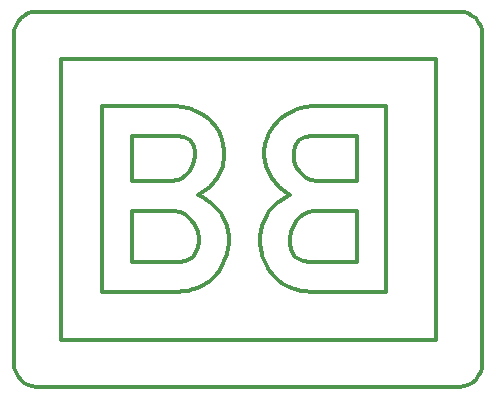
<source format=gbr>
%TF.GenerationSoftware,KiCad,Pcbnew,(5.1.10)-1*%
%TF.CreationDate,2021-09-18T02:49:05-07:00*%
%TF.ProjectId,barobord-switchplate-outside-pcb,6261726f-626f-4726-942d-737769746368,rev?*%
%TF.SameCoordinates,Original*%
%TF.FileFunction,Legend,Top*%
%TF.FilePolarity,Positive*%
%FSLAX46Y46*%
G04 Gerber Fmt 4.6, Leading zero omitted, Abs format (unit mm)*
G04 Created by KiCad (PCBNEW (5.1.10)-1) date 2021-09-18 02:49:05*
%MOMM*%
%LPD*%
G01*
G04 APERTURE LIST*
%ADD10C,0.320000*%
%ADD11C,0.150000*%
G04 APERTURE END LIST*
D10*
X126532593Y-105228404D02*
X126417193Y-105601404D01*
X140895793Y-127668444D02*
X140997393Y-127652984D01*
X142966793Y-113188004D02*
X142869193Y-113098204D01*
X139848593Y-127746684D02*
X140135793Y-127746684D01*
X144584393Y-123629124D02*
X144584393Y-123339224D01*
X143826393Y-114309204D02*
X143488593Y-113756204D01*
X127960593Y-104058004D02*
X127587593Y-104173404D01*
X144428393Y-124499784D02*
X144584393Y-123629124D01*
X164080017Y-104018004D02*
X128361193Y-104018004D01*
X140751193Y-112115404D02*
X140074394Y-112039204D01*
X142327993Y-112707404D02*
X141716393Y-112394804D01*
X141716393Y-112394804D02*
X141583593Y-112344204D01*
X140074394Y-112039204D02*
X139848593Y-112039204D01*
X133893793Y-127746684D02*
X139848593Y-127746684D01*
X141583593Y-112344204D02*
X141450793Y-112293204D01*
X143857593Y-125777484D02*
X143916393Y-125687384D01*
X141102993Y-127633444D02*
X141577793Y-127523724D01*
X144396993Y-124605344D02*
X144428393Y-124499784D01*
X142585993Y-127096024D02*
X142986393Y-126804984D01*
X144209193Y-115797464D02*
X144127393Y-115186404D01*
X127250393Y-104355804D02*
X126956993Y-104597804D01*
X143138793Y-126668244D02*
X143494393Y-126287384D01*
X142969793Y-118845104D02*
X143658593Y-118023284D01*
X143935793Y-114551404D02*
X143880993Y-114430404D01*
X143658593Y-118023284D02*
X144071793Y-117075164D01*
X144365793Y-124710604D02*
X144396993Y-124605344D01*
X144209193Y-116269844D02*
X144209193Y-116001444D01*
X126956993Y-104597804D02*
X126714993Y-104891205D01*
X126714993Y-104891205D02*
X126532593Y-105228404D01*
X128261193Y-104018004D02*
X127960593Y-104058004D01*
X139848593Y-112039204D02*
X133893793Y-112039204D01*
X143904393Y-121088564D02*
X143794993Y-120928204D01*
X143101593Y-120220945D02*
X142212793Y-119638864D01*
X143488593Y-113756204D02*
X143064593Y-113273804D01*
X143916393Y-125687384D02*
X144365793Y-124710604D01*
X143064593Y-113273804D02*
X142966793Y-113188004D01*
X144127393Y-115186404D02*
X143935793Y-114551404D01*
X143880993Y-114430404D02*
X143826393Y-114309204D01*
X142869193Y-113098204D02*
X142327993Y-112707404D01*
X143794993Y-120928204D02*
X143101593Y-120220945D01*
X141450793Y-112293204D02*
X140751193Y-112115404D01*
X143802993Y-125867364D02*
X143857593Y-125777484D01*
X144209193Y-116001444D02*
X144209193Y-115797464D01*
X140997393Y-127652984D02*
X141102993Y-127633444D01*
X141577793Y-127523724D02*
X141981993Y-127398924D01*
X142146393Y-127332444D02*
X142585993Y-127096024D01*
X128361193Y-104018004D02*
X128261193Y-104018004D01*
X143060593Y-126738524D02*
X143138793Y-126668244D01*
X127587593Y-104173404D02*
X127250393Y-104355804D01*
X142052393Y-127371604D02*
X142146393Y-127332444D01*
X140135793Y-127746684D02*
X140895793Y-127668444D01*
X133893793Y-112039204D02*
X133893793Y-127746684D01*
X143494393Y-126287384D02*
X143802993Y-125867364D01*
X142986393Y-126804984D02*
X143060593Y-126738524D01*
X142005593Y-119541364D02*
X142262193Y-119393884D01*
X142212793Y-119638864D02*
X142005593Y-119541364D01*
X141981993Y-127398924D02*
X142052393Y-127371604D01*
X142262193Y-119393884D02*
X142969793Y-118845104D01*
X144071793Y-117075164D02*
X144209193Y-116269844D01*
X149750613Y-123585884D02*
X149750613Y-123386064D01*
X152282353Y-120901164D02*
X155423973Y-120901164D01*
X139606993Y-120901164D02*
X139866193Y-120906964D01*
X141582393Y-121873784D02*
X141630393Y-121955904D01*
X142052393Y-123585884D02*
X141932393Y-124186164D01*
X150832093Y-125100364D02*
X150231294Y-124757464D01*
X136378993Y-120901164D02*
X139520393Y-120901164D01*
X141932393Y-124186164D02*
X141571993Y-124757464D01*
X139866193Y-120906964D02*
X140075393Y-120920424D01*
X140551993Y-121018304D02*
X140635393Y-121049764D01*
X140874393Y-121173444D02*
X141161593Y-121381584D01*
X140075393Y-120920424D02*
X140106594Y-120924604D01*
X141668593Y-116654644D02*
X141501593Y-117138304D01*
X155423973Y-125214724D02*
X151672973Y-125214724D01*
X140311593Y-120947745D02*
X140508993Y-121002625D01*
X140200193Y-118298864D02*
X140149593Y-118310444D01*
X141946993Y-122641644D02*
X142052393Y-123199724D01*
X149870773Y-124186164D02*
X149750613Y-123585884D01*
X140939393Y-117863404D02*
X140833393Y-117947224D01*
X140129993Y-125214724D02*
X136378993Y-125214724D01*
X144584393Y-123037104D02*
X144414593Y-122131724D01*
X136378993Y-125214724D02*
X136378993Y-120901164D01*
X141617193Y-115421004D02*
X141724193Y-115944084D01*
X139356393Y-118369144D02*
X136378993Y-118369144D01*
X140157794Y-120924604D02*
X140311593Y-120947745D01*
X142052393Y-123199724D02*
X142052393Y-123386064D01*
X141630393Y-121955904D02*
X141700993Y-122065344D01*
X140761593Y-114623604D02*
X141296393Y-114922804D01*
X144414593Y-122131724D02*
X144017993Y-121248724D01*
X150231294Y-124757464D02*
X149870773Y-124186164D01*
X140251193Y-118283204D02*
X140200193Y-118298864D01*
X140012793Y-114524204D02*
X140200193Y-114524204D01*
X141161593Y-121381584D02*
X141413793Y-121642284D01*
X140200193Y-114524204D02*
X140761593Y-114623604D01*
X141724193Y-115944084D02*
X141724193Y-116118564D01*
X139476593Y-118369144D02*
X139356393Y-118369144D01*
X140778793Y-117990184D02*
X140511193Y-118163824D01*
X136378993Y-114524204D02*
X140012793Y-114524204D01*
X144584393Y-123339224D02*
X144584393Y-123037104D01*
X141501593Y-117138304D02*
X141223393Y-117569044D01*
X140833393Y-117947224D02*
X140778793Y-117990184D01*
X141223393Y-117569044D02*
X140939393Y-117863404D01*
X140635393Y-121049764D02*
X140874393Y-121173444D01*
X151672973Y-125214724D02*
X151462993Y-125214724D01*
X141296393Y-114922804D02*
X141617193Y-115421004D01*
X139520393Y-120901164D02*
X139606993Y-120901164D01*
X141413793Y-121642284D02*
X141582393Y-121873784D01*
X140340193Y-125214724D02*
X140129993Y-125214724D01*
X144017993Y-121248724D02*
X143904393Y-121088564D01*
X141700993Y-122065344D02*
X141946993Y-122641644D01*
X141724193Y-116118564D02*
X141724193Y-116252484D01*
X151462993Y-125214724D02*
X150832093Y-125100364D01*
X141571993Y-124757464D02*
X140971193Y-125100364D01*
X140511193Y-118163824D02*
X140251193Y-118283204D01*
X142052393Y-123386064D02*
X142052393Y-123585884D01*
X140149593Y-118310444D02*
X139836993Y-118351504D01*
X141724193Y-116252484D02*
X141668593Y-116654644D01*
X155423973Y-120901164D02*
X155423973Y-125214724D01*
X140971193Y-125100364D02*
X140340193Y-125214724D01*
X139836993Y-118351504D02*
X139476593Y-118369144D01*
X140508993Y-121002625D02*
X140551993Y-121018304D01*
X136378993Y-118369144D02*
X136378993Y-114524204D01*
X140106594Y-120924604D02*
X140157794Y-120924604D01*
X152196073Y-120901164D02*
X152282353Y-120901164D01*
X150805333Y-127652984D02*
X150907093Y-127668444D01*
X164853921Y-135612286D02*
X165191267Y-135429834D01*
X166024430Y-105601404D02*
X165908950Y-105228404D01*
X149217353Y-127096024D02*
X149656913Y-127332444D01*
X149820873Y-127398924D02*
X150225233Y-127523724D01*
X151954133Y-127746684D02*
X157909153Y-127746684D01*
X147218653Y-123339224D02*
X147218653Y-123655584D01*
X126532593Y-134557256D02*
X126714993Y-134894604D01*
X127960593Y-135727766D02*
X128261193Y-135768004D01*
X147437453Y-124710604D02*
X147886953Y-125687664D01*
X166064393Y-106002404D02*
X166064393Y-105902004D01*
X150700073Y-127633444D02*
X150805333Y-127652984D01*
X126417193Y-134184364D02*
X126532593Y-134557256D01*
X148742433Y-126738524D02*
X148816873Y-126804984D01*
X126376793Y-105902004D02*
X126376793Y-106002404D01*
X164853921Y-104173404D02*
X164481027Y-104058004D01*
X162095633Y-107986804D02*
X130345593Y-107986804D01*
X162095633Y-131799244D02*
X162095633Y-107986804D01*
X147218653Y-123655584D02*
X147374853Y-124499784D01*
X166024430Y-134184364D02*
X166064393Y-133883676D01*
X126417193Y-105601404D02*
X126376793Y-105902004D01*
X165484515Y-104597804D02*
X165191267Y-104355804D01*
X150225233Y-127523724D02*
X150700073Y-127633444D01*
X165191267Y-135429834D02*
X165484515Y-135187850D01*
X126376793Y-106002404D02*
X126376793Y-133783628D01*
X165191267Y-104355804D02*
X164853921Y-104173404D01*
X165726499Y-104891205D02*
X165484515Y-104597804D01*
X165908950Y-105228404D02*
X165726499Y-104891205D01*
X126376793Y-133783628D02*
X126376793Y-133883676D01*
X149750613Y-127371604D02*
X149820873Y-127398924D01*
X147374853Y-124499784D02*
X147406053Y-124605344D01*
X166064393Y-133883676D02*
X166064393Y-133783628D01*
X157909153Y-112039204D02*
X151954133Y-112039204D01*
X128361193Y-135768004D02*
X164080017Y-135768004D01*
X164180341Y-104018004D02*
X164080017Y-104018004D01*
X151954133Y-112039204D02*
X151728633Y-112039204D01*
X126376793Y-133883676D02*
X126417193Y-134184364D01*
X130345593Y-107986804D02*
X130345593Y-131799244D01*
X164180341Y-135768004D02*
X164481027Y-135727766D01*
X148308953Y-126287384D02*
X148664473Y-126668244D01*
X147945373Y-125777484D02*
X148000273Y-125867364D01*
X147886953Y-125687664D02*
X147945373Y-125777484D01*
X164481027Y-104058004D02*
X164180341Y-104018004D01*
X127250393Y-135429834D02*
X127587593Y-135612286D01*
X164481027Y-135727766D02*
X164853921Y-135612286D01*
X166064393Y-133783628D02*
X166064393Y-106002404D01*
X126956993Y-135187850D02*
X127250393Y-135429834D01*
X165726499Y-134894604D02*
X165908950Y-134557256D01*
X130345593Y-131799244D02*
X162095633Y-131799244D01*
X165484515Y-135187850D02*
X165726499Y-134894604D01*
X164080017Y-135768004D02*
X164180341Y-135768004D01*
X148000273Y-125867364D02*
X148308953Y-126287384D01*
X127587593Y-135612286D02*
X127960593Y-135727766D01*
X148664473Y-126668244D02*
X148742433Y-126738524D01*
X165908950Y-134557256D02*
X166024430Y-134184364D01*
X147406053Y-124605344D02*
X147437453Y-124710604D01*
X126714993Y-134894604D02*
X126956993Y-135187850D01*
X151692573Y-127746684D02*
X151954133Y-127746684D01*
X150907093Y-127668444D02*
X151692573Y-127746684D01*
X148816873Y-126804984D02*
X149217353Y-127096024D01*
X157909153Y-127746684D02*
X157909153Y-112039204D01*
X149656913Y-127332444D02*
X149750613Y-127371604D01*
X166064393Y-105902004D02*
X166024430Y-105601404D01*
X128261193Y-135768004D02*
X128361193Y-135768004D01*
X151936774Y-120906964D02*
X152196073Y-120901164D01*
X151727853Y-120920424D02*
X151936774Y-120906964D01*
X151696393Y-120924604D02*
X151727853Y-120920424D01*
X151491353Y-120947745D02*
X151645173Y-120924604D01*
X151645173Y-120924604D02*
X151696393Y-120924604D01*
X151728633Y-112039204D02*
X151051793Y-112115404D01*
X150134573Y-116654644D02*
X150078613Y-116252484D01*
X150352313Y-112293204D02*
X150219453Y-112344204D01*
X151051793Y-112115404D02*
X150352313Y-112293204D01*
X150579913Y-117569044D02*
X150301573Y-117138304D01*
X147921953Y-114430404D02*
X147867413Y-114551404D01*
X150220793Y-121874064D02*
X150389493Y-121642564D01*
X148701373Y-120220945D02*
X148007953Y-120928204D01*
X150172593Y-121956184D02*
X150220793Y-121874064D01*
X147593733Y-116269624D02*
X147731513Y-117075164D01*
X147785273Y-121248724D02*
X147388693Y-122131724D01*
X148933993Y-113098204D02*
X148836133Y-113188004D01*
X150078613Y-116118564D02*
X150078613Y-115944084D01*
X149750613Y-123386064D02*
X149750613Y-123199724D01*
X151292113Y-118163824D02*
X151024493Y-117990184D01*
X150641654Y-121381584D02*
X150928814Y-121173444D01*
X151966273Y-118351504D02*
X151653693Y-118310444D01*
X152446614Y-118369144D02*
X152326733Y-118369144D01*
X149750613Y-123199724D02*
X149856153Y-122641644D01*
X147218653Y-123037104D02*
X147218653Y-123339224D01*
X149590513Y-119638864D02*
X148701373Y-120220945D01*
X150969673Y-117947224D02*
X150863834Y-117863404D01*
X151167793Y-121049764D02*
X151251033Y-121018304D01*
X151251033Y-121018304D02*
X151294013Y-121002625D01*
X149541133Y-119393884D02*
X149797453Y-119541364D01*
X151602973Y-114524404D02*
X151790093Y-114524404D01*
X151551953Y-118283204D02*
X151292113Y-118163824D01*
X147898533Y-121088564D02*
X147785273Y-121248724D01*
X150863834Y-117863404D02*
X150579913Y-117569044D01*
X147867413Y-114551404D02*
X147675853Y-115186404D01*
X149797453Y-119541364D02*
X149590513Y-119638864D01*
X155423973Y-114524404D02*
X155423973Y-118369144D01*
X148836133Y-113188004D02*
X148738553Y-113274004D01*
X147731513Y-117075164D02*
X148144693Y-118023284D01*
X151602694Y-118298864D02*
X151551953Y-118283204D01*
X150185793Y-115421004D02*
X150506613Y-114923004D01*
X147388693Y-122131724D02*
X147218653Y-123037104D01*
X150928814Y-121173444D02*
X151167793Y-121049764D01*
X150301573Y-117138304D02*
X150134573Y-116654644D01*
X151294013Y-121002625D02*
X151491353Y-120947745D01*
X150078613Y-115944084D02*
X150185793Y-115421004D01*
X147675853Y-115186404D02*
X147593733Y-115797464D01*
X150219453Y-112344204D02*
X150086593Y-112394804D01*
X148833393Y-118845104D02*
X149541133Y-119393884D01*
X150506613Y-114923004D02*
X151041574Y-114624004D01*
X147976833Y-114309204D02*
X147921953Y-114430404D01*
X155423973Y-118369144D02*
X152446614Y-118369144D01*
X147593733Y-116001164D02*
X147593733Y-116269624D01*
X148314733Y-113756204D02*
X147976833Y-114309204D01*
X148738553Y-113274004D02*
X148314733Y-113756204D01*
X151653693Y-118310444D02*
X151602694Y-118298864D01*
X151024493Y-117990184D02*
X150969673Y-117947224D01*
X152326733Y-118369144D02*
X151966273Y-118351504D01*
X147593733Y-115797464D02*
X147593733Y-116001164D01*
X148007953Y-120928204D02*
X147898533Y-121088564D01*
X150078613Y-116252484D02*
X150078613Y-116118564D01*
X151790093Y-114524404D02*
X155423973Y-114524404D01*
X150086593Y-112394804D02*
X149475293Y-112707404D01*
X149475293Y-112707404D02*
X148933993Y-113098204D01*
X150102333Y-122065344D02*
X150172593Y-121956184D01*
X150389493Y-121642564D02*
X150641654Y-121381584D01*
X151041574Y-114624004D02*
X151602973Y-114524404D01*
X149856153Y-122641644D02*
X150102333Y-122065344D01*
X148144693Y-118023284D02*
X148833393Y-118845104D01*
%TO.C,*%
D11*
%TD*%
M02*

</source>
